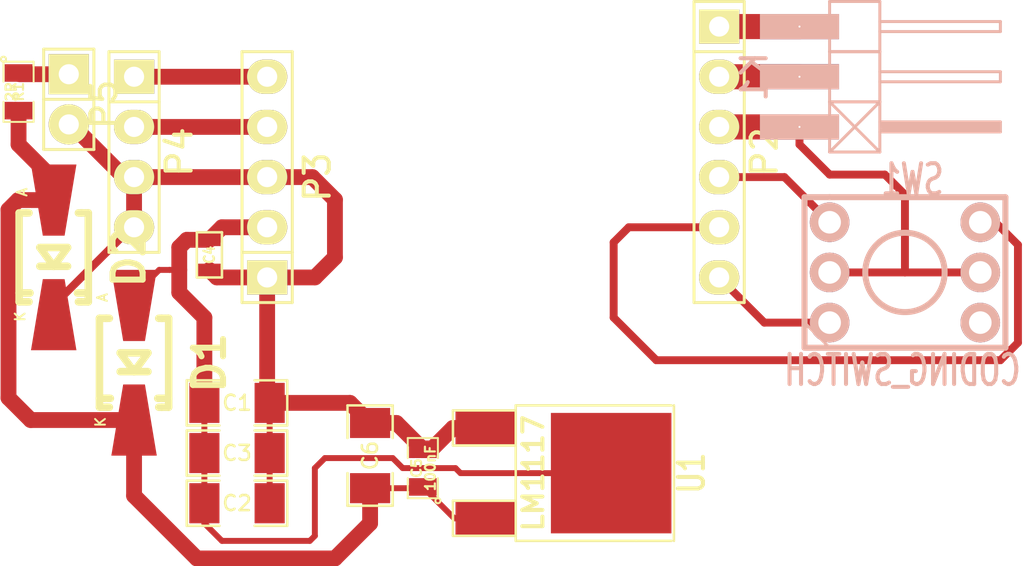
<source format=kicad_pcb>
(kicad_pcb (version 3) (host pcbnew "(2014-03-29 BZR 4777)-product")

  (general
    (links 34)
    (no_connects 0)
    (area 162.099171 93.650999 217.507458 122.574001)
    (thickness 1.6)
    (drawings 1)
    (tracks 105)
    (zones 0)
    (modules 16)
    (nets 14)
  )

  (page A4)
  (layers
    (15 F.Cu signal)
    (0 B.Cu signal)
    (16 B.Adhes user)
    (17 F.Adhes user)
    (18 B.Paste user)
    (19 F.Paste user)
    (20 B.SilkS user)
    (21 F.SilkS user)
    (22 B.Mask user)
    (23 F.Mask user)
    (24 Dwgs.User user)
    (25 Cmts.User user)
    (26 Eco1.User user)
    (27 Eco2.User user)
    (28 Edge.Cuts user)
  )

  (setup
    (last_trace_width 1.27)
    (user_trace_width 0.3)
    (user_trace_width 0.4)
    (user_trace_width 0.8)
    (user_trace_width 1.27)
    (trace_clearance 0.254)
    (zone_clearance 0.508)
    (zone_45_only no)
    (trace_min 0.254)
    (segment_width 0.2)
    (edge_width 0.15)
    (via_size 0.889)
    (via_drill 0.635)
    (via_min_size 0.889)
    (via_min_drill 0.508)
    (uvia_size 0.508)
    (uvia_drill 0.127)
    (uvias_allowed no)
    (uvia_min_size 0.508)
    (uvia_min_drill 0.127)
    (pcb_text_width 0.3)
    (pcb_text_size 1 1)
    (mod_edge_width 0.15)
    (mod_text_size 1 1)
    (mod_text_width 0.15)
    (pad_size 2 2)
    (pad_drill 1.143)
    (pad_to_mask_clearance 0)
    (aux_axis_origin 0 0)
    (visible_elements FFFFFF7F)
    (pcbplotparams
      (layerselection 32768)
      (usegerberextensions false)
      (excludeedgelayer true)
      (linewidth 0.100000)
      (plotframeref false)
      (viasonmask false)
      (mode 1)
      (useauxorigin false)
      (hpglpennumber 1)
      (hpglpenspeed 20)
      (hpglpendiameter 15)
      (hpglpenoverlay 2)
      (psnegative false)
      (psa4output true)
      (plotreference false)
      (plotvalue false)
      (plotothertext false)
      (plotinvisibletext false)
      (padsonsilk false)
      (subtractmaskfromsilk false)
      (outputformat 2)
      (mirror true)
      (drillshape 1)
      (scaleselection 1)
      (outputdirectory ""))
  )

  (net 0 "")
  (net 1 VCC)
  (net 2 GND)
  (net 3 "Net-(C5-Pad1)")
  (net 4 "Net-(P3-Pad4)")
  (net 5 "Net-(P3-Pad5)")
  (net 6 "Net-(P5-Pad1)")
  (net 7 "Net-(P2-Pad4)")
  (net 8 "Net-(P2-Pad5)")
  (net 9 "Net-(P2-Pad6)")
  (net 10 "Net-(SW1-Pad5)")
  (net 11 "Net-(K1-Pad1)")
  (net 12 "Net-(K1-Pad2)")
  (net 13 "Net-(K1-Pad3)")

  (net_class Default "Dies ist die voreingestellte Netzklasse."
    (clearance 0.254)
    (trace_width 0.254)
    (via_dia 0.889)
    (via_drill 0.635)
    (uvia_dia 0.508)
    (uvia_drill 0.127)
    (add_net GND)
    (add_net "Net-(C5-Pad1)")
    (add_net "Net-(K1-Pad1)")
    (add_net "Net-(K1-Pad2)")
    (add_net "Net-(K1-Pad3)")
    (add_net "Net-(P2-Pad4)")
    (add_net "Net-(P2-Pad5)")
    (add_net "Net-(P2-Pad6)")
    (add_net "Net-(P3-Pad4)")
    (add_net "Net-(P3-Pad5)")
    (add_net "Net-(P5-Pad1)")
    (add_net "Net-(SW1-Pad5)")
    (add_net VCC)
  )

  (module SMD_Packages:SMD-1206 (layer F.Cu) (tedit 542D7972) (tstamp 542D79D5)
    (at 177.546 114.3)
    (path /542D4EFB)
    (attr smd)
    (fp_text reference C1 (at 0 0) (layer F.SilkS)
      (effects (font (size 0.762 0.762) (thickness 0.127)))
    )
    (fp_text value 100uF (at 0 0) (layer F.SilkS) hide
      (effects (font (size 0.762 0.762) (thickness 0.127)))
    )
    (fp_line (start -2.54 -1.143) (end -2.54 1.143) (layer F.SilkS) (width 0.127))
    (fp_line (start -2.54 1.143) (end -0.889 1.143) (layer F.SilkS) (width 0.127))
    (fp_line (start 0.889 -1.143) (end 2.54 -1.143) (layer F.SilkS) (width 0.127))
    (fp_line (start 2.54 -1.143) (end 2.54 1.143) (layer F.SilkS) (width 0.127))
    (fp_line (start 2.54 1.143) (end 0.889 1.143) (layer F.SilkS) (width 0.127))
    (fp_line (start -0.889 -1.143) (end -2.54 -1.143) (layer F.SilkS) (width 0.127))
    (pad 1 smd rect (at -1.651 0) (size 1.524 2.032) (layers F.Cu F.Paste F.Mask)
      (net 1 VCC))
    (pad 2 smd rect (at 1.651 0) (size 1.524 2.032) (layers F.Cu F.Paste F.Mask)
      (net 2 GND))
    (model smd/chip_cms.wrl
      (at (xyz 0 0 0))
      (scale (xyz 0.17 0.16 0.16))
      (rotate (xyz 0 0 0))
    )
  )

  (module SMD_Packages:SMD-1206 (layer F.Cu) (tedit 542D7972) (tstamp 542D79E1)
    (at 177.546 119.38)
    (path /542D4EF0)
    (attr smd)
    (fp_text reference C2 (at 0 0) (layer F.SilkS)
      (effects (font (size 0.762 0.762) (thickness 0.127)))
    )
    (fp_text value 100uF (at 0 0) (layer F.SilkS) hide
      (effects (font (size 0.762 0.762) (thickness 0.127)))
    )
    (fp_line (start -2.54 -1.143) (end -2.54 1.143) (layer F.SilkS) (width 0.127))
    (fp_line (start -2.54 1.143) (end -0.889 1.143) (layer F.SilkS) (width 0.127))
    (fp_line (start 0.889 -1.143) (end 2.54 -1.143) (layer F.SilkS) (width 0.127))
    (fp_line (start 2.54 -1.143) (end 2.54 1.143) (layer F.SilkS) (width 0.127))
    (fp_line (start 2.54 1.143) (end 0.889 1.143) (layer F.SilkS) (width 0.127))
    (fp_line (start -0.889 -1.143) (end -2.54 -1.143) (layer F.SilkS) (width 0.127))
    (pad 1 smd rect (at -1.651 0) (size 1.524 2.032) (layers F.Cu F.Paste F.Mask)
      (net 1 VCC))
    (pad 2 smd rect (at 1.651 0) (size 1.524 2.032) (layers F.Cu F.Paste F.Mask)
      (net 2 GND))
    (model smd/chip_cms.wrl
      (at (xyz 0 0 0))
      (scale (xyz 0.17 0.16 0.16))
      (rotate (xyz 0 0 0))
    )
  )

  (module SMD_Packages:SMD-1206 (layer F.Cu) (tedit 542D7972) (tstamp 542D79ED)
    (at 177.546 116.84)
    (path /542D4AA2)
    (attr smd)
    (fp_text reference C3 (at 0 0) (layer F.SilkS)
      (effects (font (size 0.762 0.762) (thickness 0.127)))
    )
    (fp_text value 100uF (at 0 0) (layer F.SilkS) hide
      (effects (font (size 0.762 0.762) (thickness 0.127)))
    )
    (fp_line (start -2.54 -1.143) (end -2.54 1.143) (layer F.SilkS) (width 0.127))
    (fp_line (start -2.54 1.143) (end -0.889 1.143) (layer F.SilkS) (width 0.127))
    (fp_line (start 0.889 -1.143) (end 2.54 -1.143) (layer F.SilkS) (width 0.127))
    (fp_line (start 2.54 -1.143) (end 2.54 1.143) (layer F.SilkS) (width 0.127))
    (fp_line (start 2.54 1.143) (end 0.889 1.143) (layer F.SilkS) (width 0.127))
    (fp_line (start -0.889 -1.143) (end -2.54 -1.143) (layer F.SilkS) (width 0.127))
    (pad 1 smd rect (at -1.651 0) (size 1.524 2.032) (layers F.Cu F.Paste F.Mask)
      (net 1 VCC))
    (pad 2 smd rect (at 1.651 0) (size 1.524 2.032) (layers F.Cu F.Paste F.Mask)
      (net 2 GND))
    (model smd/chip_cms.wrl
      (at (xyz 0 0 0))
      (scale (xyz 0.17 0.16 0.16))
      (rotate (xyz 0 0 0))
    )
  )

  (module SMD_Packages:SMD-0603 (layer F.Cu) (tedit 542D8E88) (tstamp 542D79F7)
    (at 176.149 106.807 270)
    (path /542D4A90)
    (attr smd)
    (fp_text reference C4 (at 0 0 270) (layer F.SilkS)
      (effects (font (size 0.508 0.4572) (thickness 0.1143)))
    )
    (fp_text value 1uF (at 0 0 270) (layer F.SilkS) hide
      (effects (font (size 0.508 0.4572) (thickness 0.1143)))
    )
    (fp_line (start -1.143 -0.635) (end 1.143 -0.635) (layer F.SilkS) (width 0.127))
    (fp_line (start 1.143 -0.635) (end 1.143 0.635) (layer F.SilkS) (width 0.127))
    (fp_line (start 1.143 0.635) (end -1.143 0.635) (layer F.SilkS) (width 0.127))
    (fp_line (start -1.143 0.635) (end -1.143 -0.635) (layer F.SilkS) (width 0.127))
    (pad 1 smd rect (at -0.762 0 270) (size 0.635 1.143) (layers F.Cu F.Paste F.Mask)
      (net 1 VCC))
    (pad 2 smd rect (at 0.762 0 270) (size 0.635 1.143) (layers F.Cu F.Paste F.Mask)
      (net 2 GND))
    (model smd\resistors\R0603.wrl
      (at (xyz 0 0 0.001))
      (scale (xyz 0.5 0.5 0.5))
      (rotate (xyz 0 0 0))
    )
  )

  (module Diodes_SMD:Diode-Universal-SMA-SMB_Handsoldering (layer F.Cu) (tedit 5403E51A) (tstamp 542D7A27)
    (at 172.339 112.268 270)
    (descr "Diode, Universal, SMA, SMB, Handsoldering,")
    (tags "Diode, Universal, SMA, SMB, Handsoldering,")
    (path /542D4B46)
    (attr smd)
    (fp_text reference D1 (at 0 -3.81 270) (layer F.SilkS)
      (effects (font (thickness 0.3048)))
    )
    (fp_text value DIODE (at 0 3.81 270) (layer F.SilkS) hide
      (effects (font (thickness 0.3048)))
    )
    (fp_line (start 0.44958 0) (end -0.50038 -0.70104) (layer F.SilkS) (width 0.381))
    (fp_line (start -0.50038 -0.70104) (end -0.50038 0.70104) (layer F.SilkS) (width 0.381))
    (fp_line (start -0.50038 0.70104) (end 0.44958 0) (layer F.SilkS) (width 0.381))
    (fp_line (start 0.44958 -0.70104) (end 0.44958 0.70104) (layer F.SilkS) (width 0.381))
    (fp_line (start -2.25044 1.39954) (end -2.25044 1.24968) (layer F.SilkS) (width 0.381))
    (fp_line (start -2.25044 -1.39954) (end -2.25044 -1.24968) (layer F.SilkS) (width 0.381))
    (fp_line (start 1.80086 1.39954) (end 1.80086 1.19888) (layer F.SilkS) (width 0.381))
    (fp_line (start 2.25044 1.34874) (end 2.25044 1.24968) (layer F.SilkS) (width 0.381))
    (fp_line (start 1.80086 -1.34874) (end 1.80086 -1.19888) (layer F.SilkS) (width 0.381))
    (fp_line (start 2.25044 -1.39954) (end 2.25044 -1.24968) (layer F.SilkS) (width 0.381))
    (fp_text user A (at -3.29946 1.6002 270) (layer F.SilkS)
      (effects (font (size 0.50038 0.50038) (thickness 0.09906)))
    )
    (fp_text user K (at 2.99974 1.69926 270) (layer F.SilkS)
      (effects (font (size 0.50038 0.50038) (thickness 0.09906)))
    )
    (fp_line (start 1.80086 1.75006) (end 1.80086 1.39954) (layer F.SilkS) (width 0.381))
    (fp_line (start 1.80086 -1.75006) (end 1.80086 -1.39954) (layer F.SilkS) (width 0.381))
    (fp_line (start 2.25044 1.75006) (end 2.25044 1.39954) (layer F.SilkS) (width 0.381))
    (fp_line (start -2.25044 1.75006) (end -2.25044 1.39954) (layer F.SilkS) (width 0.381))
    (fp_line (start -2.25044 -1.75006) (end -2.25044 -1.39954) (layer F.SilkS) (width 0.381))
    (fp_line (start 2.25044 -1.75006) (end 2.25044 -1.39954) (layer F.SilkS) (width 0.381))
    (fp_line (start -2.25044 1.75006) (end 2.25044 1.75006) (layer F.SilkS) (width 0.381))
    (fp_line (start -2.25044 -1.75006) (end 2.25044 -1.75006) (layer F.SilkS) (width 0.381))
    (pad 1 smd trapezoid (at -2.90068 0 270) (size 3.60172 1.69926) (rect_delta 0.59944 0 ) (layers F.Cu F.Paste F.Mask)
      (net 1 VCC))
    (pad 2 smd trapezoid (at 2.90068 0 90) (size 3.60172 1.69926) (rect_delta 0.59944 0 ) (layers F.Cu F.Paste F.Mask)
      (net 3 "Net-(C5-Pad1)"))
    (model smd/do214.wrl
      (at (xyz 0 0 0))
      (scale (xyz 1 1 1))
      (rotate (xyz 0 0 0))
    )
  )

  (module Diodes_SMD:Diode-Universal-SMA-SMB_Handsoldering (layer F.Cu) (tedit 5403E51A) (tstamp 542D7A41)
    (at 168.275 106.934 270)
    (descr "Diode, Universal, SMA, SMB, Handsoldering,")
    (tags "Diode, Universal, SMA, SMB, Handsoldering,")
    (path /542D4FA4)
    (attr smd)
    (fp_text reference D2 (at 0 -3.81 270) (layer F.SilkS)
      (effects (font (thickness 0.3048)))
    )
    (fp_text value TVS (at 0 3.81 270) (layer F.SilkS) hide
      (effects (font (thickness 0.3048)))
    )
    (fp_line (start 0.44958 0) (end -0.50038 -0.70104) (layer F.SilkS) (width 0.381))
    (fp_line (start -0.50038 -0.70104) (end -0.50038 0.70104) (layer F.SilkS) (width 0.381))
    (fp_line (start -0.50038 0.70104) (end 0.44958 0) (layer F.SilkS) (width 0.381))
    (fp_line (start 0.44958 -0.70104) (end 0.44958 0.70104) (layer F.SilkS) (width 0.381))
    (fp_line (start -2.25044 1.39954) (end -2.25044 1.24968) (layer F.SilkS) (width 0.381))
    (fp_line (start -2.25044 -1.39954) (end -2.25044 -1.24968) (layer F.SilkS) (width 0.381))
    (fp_line (start 1.80086 1.39954) (end 1.80086 1.19888) (layer F.SilkS) (width 0.381))
    (fp_line (start 2.25044 1.34874) (end 2.25044 1.24968) (layer F.SilkS) (width 0.381))
    (fp_line (start 1.80086 -1.34874) (end 1.80086 -1.19888) (layer F.SilkS) (width 0.381))
    (fp_line (start 2.25044 -1.39954) (end 2.25044 -1.24968) (layer F.SilkS) (width 0.381))
    (fp_text user A (at -3.29946 1.6002 270) (layer F.SilkS)
      (effects (font (size 0.50038 0.50038) (thickness 0.09906)))
    )
    (fp_text user K (at 2.99974 1.69926 270) (layer F.SilkS)
      (effects (font (size 0.50038 0.50038) (thickness 0.09906)))
    )
    (fp_line (start 1.80086 1.75006) (end 1.80086 1.39954) (layer F.SilkS) (width 0.381))
    (fp_line (start 1.80086 -1.75006) (end 1.80086 -1.39954) (layer F.SilkS) (width 0.381))
    (fp_line (start 2.25044 1.75006) (end 2.25044 1.39954) (layer F.SilkS) (width 0.381))
    (fp_line (start -2.25044 1.75006) (end -2.25044 1.39954) (layer F.SilkS) (width 0.381))
    (fp_line (start -2.25044 -1.75006) (end -2.25044 -1.39954) (layer F.SilkS) (width 0.381))
    (fp_line (start 2.25044 -1.75006) (end 2.25044 -1.39954) (layer F.SilkS) (width 0.381))
    (fp_line (start -2.25044 1.75006) (end 2.25044 1.75006) (layer F.SilkS) (width 0.381))
    (fp_line (start -2.25044 -1.75006) (end 2.25044 -1.75006) (layer F.SilkS) (width 0.381))
    (pad 1 smd trapezoid (at -2.90068 0 270) (size 3.60172 1.69926) (rect_delta 0.59944 0 ) (layers F.Cu F.Paste F.Mask)
      (net 3 "Net-(C5-Pad1)"))
    (pad 2 smd trapezoid (at 2.90068 0 90) (size 3.60172 1.69926) (rect_delta 0.59944 0 ) (layers F.Cu F.Paste F.Mask)
      (net 2 GND))
    (model smd/do214.wrl
      (at (xyz 0 0 0))
      (scale (xyz 1 1 1))
      (rotate (xyz 0 0 0))
    )
  )

  (module Pin_Headers:Pin_Header_Straight_1x06 (layer F.Cu) (tedit 542D7973) (tstamp 542D7AB4)
    (at 201.93 101.6 270)
    (descr "Through hole pin header")
    (tags "pin header")
    (path /542BC95B)
    (fp_text reference P2 (at 0 -2.286 270) (layer F.SilkS)
      (effects (font (size 1.27 1.27) (thickness 0.2032)))
    )
    (fp_text value CONN_6 (at 0 0 270) (layer F.SilkS) hide
      (effects (font (size 1.27 1.27) (thickness 0.2032)))
    )
    (fp_line (start -5.08 -1.27) (end 7.62 -1.27) (layer F.SilkS) (width 0.15))
    (fp_line (start 7.62 -1.27) (end 7.62 1.27) (layer F.SilkS) (width 0.15))
    (fp_line (start 7.62 1.27) (end -5.08 1.27) (layer F.SilkS) (width 0.15))
    (fp_line (start -7.62 -1.27) (end -5.08 -1.27) (layer F.SilkS) (width 0.15))
    (fp_line (start -5.08 -1.27) (end -5.08 1.27) (layer F.SilkS) (width 0.15))
    (fp_line (start -7.62 -1.27) (end -7.62 1.27) (layer F.SilkS) (width 0.15))
    (fp_line (start -7.62 1.27) (end -5.08 1.27) (layer F.SilkS) (width 0.15))
    (pad 1 thru_hole rect (at -6.35 0 270) (size 1.7272 2.032) (drill 1.016) (layers *.Cu *.Mask F.SilkS)
      (net 13 "Net-(K1-Pad3)"))
    (pad 2 thru_hole oval (at -3.81 0 270) (size 1.7272 2.032) (drill 1.016) (layers *.Cu *.Mask F.SilkS)
      (net 12 "Net-(K1-Pad2)"))
    (pad 3 thru_hole oval (at -1.27 0 270) (size 1.7272 2.032) (drill 1.016) (layers *.Cu *.Mask F.SilkS)
      (net 11 "Net-(K1-Pad1)"))
    (pad 4 thru_hole oval (at 1.27 0 270) (size 1.7272 2.032) (drill 1.016) (layers *.Cu *.Mask F.SilkS)
      (net 7 "Net-(P2-Pad4)"))
    (pad 5 thru_hole oval (at 3.81 0 270) (size 1.7272 2.032) (drill 1.016) (layers *.Cu *.Mask F.SilkS)
      (net 8 "Net-(P2-Pad5)"))
    (pad 6 thru_hole oval (at 6.35 0 270) (size 1.7272 2.032) (drill 1.016) (layers *.Cu *.Mask F.SilkS)
      (net 9 "Net-(P2-Pad6)"))
    (model Pin_Headers/Pin_Header_Straight_1x06.wrl
      (at (xyz 0 0 0))
      (scale (xyz 1 1 1))
      (rotate (xyz 0 0 0))
    )
  )

  (module Pin_Headers:Pin_Header_Straight_1x05 (layer F.Cu) (tedit 542D79E9) (tstamp 542D7AC4)
    (at 179.07 102.87 90)
    (descr "Through hole pin header")
    (tags "pin header")
    (path /542BC72E)
    (fp_text reference P3 (at 0 2.54 90) (layer F.SilkS)
      (effects (font (size 1.27 1.27) (thickness 0.2032)))
    )
    (fp_text value CONN_5 (at 0 0 90) (layer F.SilkS) hide
      (effects (font (size 1.27 1.27) (thickness 0.2032)))
    )
    (fp_line (start -3.81 -1.27) (end 6.35 -1.27) (layer F.SilkS) (width 0.15))
    (fp_line (start 6.35 -1.27) (end 6.35 1.27) (layer F.SilkS) (width 0.15))
    (fp_line (start 6.35 1.27) (end -3.81 1.27) (layer F.SilkS) (width 0.15))
    (fp_line (start -6.35 -1.27) (end -3.81 -1.27) (layer F.SilkS) (width 0.15))
    (fp_line (start -3.81 -1.27) (end -3.81 1.27) (layer F.SilkS) (width 0.15))
    (fp_line (start -6.35 -1.27) (end -6.35 1.27) (layer F.SilkS) (width 0.15))
    (fp_line (start -6.35 1.27) (end -3.81 1.27) (layer F.SilkS) (width 0.15))
    (pad 1 thru_hole rect (at -5.08 0 90) (size 1.7272 2.032) (drill 1.016) (layers *.Cu *.Mask F.SilkS)
      (net 2 GND))
    (pad 2 thru_hole oval (at -2.54 0 90) (size 1.7272 2.032) (drill 1.016) (layers *.Cu *.Mask F.SilkS)
      (net 1 VCC))
    (pad 3 thru_hole oval (at 0 0 90) (size 1.7272 2.032) (drill 1.016) (layers *.Cu *.Mask F.SilkS)
      (net 2 GND))
    (pad 4 thru_hole oval (at 2.54 0 90) (size 1.7272 2.032) (drill 1.016) (layers *.Cu *.Mask F.SilkS)
      (net 4 "Net-(P3-Pad4)"))
    (pad 5 thru_hole oval (at 5.08 0 90) (size 1.7272 2.032) (drill 1.016) (layers *.Cu *.Mask F.SilkS)
      (net 5 "Net-(P3-Pad5)"))
    (model Pin_Headers/Pin_Header_Straight_1x05.wrl
      (at (xyz 0 0 0))
      (scale (xyz 1 1 1))
      (rotate (xyz 0 0 0))
    )
  )

  (module Pin_Headers:Pin_Header_Straight_1x04 (layer F.Cu) (tedit 542D7973) (tstamp 542D7AD3)
    (at 172.339 101.6 270)
    (descr "Through hole pin header")
    (tags "pin header")
    (path /542C3D86)
    (fp_text reference P4 (at 0 -2.286 270) (layer F.SilkS)
      (effects (font (size 1.27 1.27) (thickness 0.2032)))
    )
    (fp_text value CONN_4 (at 0 0 270) (layer F.SilkS) hide
      (effects (font (size 1.27 1.27) (thickness 0.2032)))
    )
    (fp_line (start -2.54 1.27) (end 5.08 1.27) (layer F.SilkS) (width 0.15))
    (fp_line (start -2.54 -1.27) (end 5.08 -1.27) (layer F.SilkS) (width 0.15))
    (fp_line (start -5.08 -1.27) (end -2.54 -1.27) (layer F.SilkS) (width 0.15))
    (fp_line (start 5.08 1.27) (end 5.08 -1.27) (layer F.SilkS) (width 0.15))
    (fp_line (start -2.54 -1.27) (end -2.54 1.27) (layer F.SilkS) (width 0.15))
    (fp_line (start -5.08 -1.27) (end -5.08 1.27) (layer F.SilkS) (width 0.15))
    (fp_line (start -5.08 1.27) (end -2.54 1.27) (layer F.SilkS) (width 0.15))
    (pad 1 thru_hole rect (at -3.81 0 270) (size 1.7272 2.032) (drill 1.016) (layers *.Cu *.Mask F.SilkS)
      (net 5 "Net-(P3-Pad5)"))
    (pad 2 thru_hole oval (at -1.27 0 270) (size 1.7272 2.032) (drill 1.016) (layers *.Cu *.Mask F.SilkS)
      (net 4 "Net-(P3-Pad4)"))
    (pad 3 thru_hole oval (at 1.27 0 270) (size 1.7272 2.032) (drill 1.016) (layers *.Cu *.Mask F.SilkS)
      (net 2 GND))
    (pad 4 thru_hole oval (at 3.81 0 270) (size 1.7272 2.032) (drill 1.016) (layers *.Cu *.Mask F.SilkS)
      (net 2 GND))
    (model Pin_Headers/Pin_Header_Straight_1x04.wrl
      (at (xyz 0 0 0))
      (scale (xyz 1 1 1))
      (rotate (xyz 0 0 0))
    )
  )

  (module Pin_Headers:Pin_Header_Straight_1x02 (layer F.Cu) (tedit 542D991E) (tstamp 542D7ADF)
    (at 169.037 98.933 270)
    (descr "Through hole pin header")
    (tags "pin header")
    (path /542D59CE)
    (fp_text reference P5 (at 0.254 -1.778 270) (layer F.SilkS)
      (effects (font (size 1.27 1.27) (thickness 0.2032)))
    )
    (fp_text value CONN_2 (at 0 0 270) (layer F.SilkS) hide
      (effects (font (size 1.27 1.27) (thickness 0.2032)))
    )
    (fp_line (start 0 -1.27) (end 0 1.27) (layer F.SilkS) (width 0.15))
    (fp_line (start -2.54 -1.27) (end -2.54 1.27) (layer F.SilkS) (width 0.15))
    (fp_line (start -2.54 1.27) (end 0 1.27) (layer F.SilkS) (width 0.15))
    (fp_line (start 0 1.27) (end 2.54 1.27) (layer F.SilkS) (width 0.15))
    (fp_line (start 2.54 1.27) (end 2.54 -1.27) (layer F.SilkS) (width 0.15))
    (fp_line (start 2.54 -1.27) (end -2.54 -1.27) (layer F.SilkS) (width 0.15))
    (pad 1 thru_hole rect (at -1.27 0 270) (size 2.032 2.032) (drill 1.016) (layers *.Cu *.Mask F.SilkS)
      (net 6 "Net-(P5-Pad1)"))
    (pad 2 thru_hole oval (at 1.27 0 270) (size 2.032 2.032) (drill 1.016) (layers *.Cu *.Mask F.SilkS)
      (net 2 GND))
    (model Pin_Headers/Pin_Header_Straight_1x02.wrl
      (at (xyz 0 0 0))
      (scale (xyz 1 1 1))
      (rotate (xyz 0 0 0))
    )
  )

  (module SMD_Packages:SMD-0805 (layer F.Cu) (tedit 542D8EAA) (tstamp 542D7AEC)
    (at 166.497 98.552 270)
    (path /542D4E33)
    (attr smd)
    (fp_text reference R1 (at 0 0 270) (layer F.SilkS)
      (effects (font (size 0.50038 0.50038) (thickness 0.10922)))
    )
    (fp_text value 2R (at 0 0.381 270) (layer F.SilkS)
      (effects (font (size 0.50038 0.50038) (thickness 0.10922)))
    )
    (fp_circle (center -1.651 0.762) (end -1.651 0.635) (layer F.SilkS) (width 0.09906))
    (fp_line (start -0.508 0.762) (end -1.524 0.762) (layer F.SilkS) (width 0.09906))
    (fp_line (start -1.524 0.762) (end -1.524 -0.762) (layer F.SilkS) (width 0.09906))
    (fp_line (start -1.524 -0.762) (end -0.508 -0.762) (layer F.SilkS) (width 0.09906))
    (fp_line (start 0.508 -0.762) (end 1.524 -0.762) (layer F.SilkS) (width 0.09906))
    (fp_line (start 1.524 -0.762) (end 1.524 0.762) (layer F.SilkS) (width 0.09906))
    (fp_line (start 1.524 0.762) (end 0.508 0.762) (layer F.SilkS) (width 0.09906))
    (pad 1 smd rect (at -0.9525 0 270) (size 0.889 1.397) (layers F.Cu F.Paste F.Mask)
      (net 6 "Net-(P5-Pad1)"))
    (pad 2 smd rect (at 0.9525 0 270) (size 0.889 1.397) (layers F.Cu F.Paste F.Mask)
      (net 3 "Net-(C5-Pad1)"))
    (model smd/chip_cms.wrl
      (at (xyz 0 0 0))
      (scale (xyz 0.1 0.1 0.1))
      (rotate (xyz 0 0 0))
    )
  )

  (module Toni:KDR_10 (layer B.Cu) (tedit 542D8DBA) (tstamp 542D8ED9)
    (at 211.328 107.696)
    (descr "Bouton poussoir KSA")
    (tags "SWITCH DEV")
    (path /542D84D2)
    (fp_text reference SW1 (at 0.381 -4.699) (layer B.SilkS)
      (effects (font (size 1.524 1.016) (thickness 0.2032)) (justify mirror))
    )
    (fp_text value CODING_SWITCH (at -0.127 4.953) (layer B.SilkS)
      (effects (font (size 1.524 1.016) (thickness 0.2032)) (justify mirror))
    )
    (fp_line (start -5.08 2.54) (end -3.81 3.81) (layer B.SilkS) (width 0.15))
    (fp_line (start -3.81 -3.81) (end 5.08 -3.81) (layer B.SilkS) (width 0.3048))
    (fp_line (start 5.08 -3.81) (end 5.08 3.81) (layer B.SilkS) (width 0.3048))
    (fp_line (start 5.08 3.81) (end -5.08 3.81) (layer B.SilkS) (width 0.3048))
    (fp_line (start -5.08 3.81) (end -5.08 -3.81) (layer B.SilkS) (width 0.3048))
    (fp_line (start -5.08 -3.81) (end -3.81 -3.81) (layer B.SilkS) (width 0.3048))
    (fp_circle (center 0 0) (end 1.905 -0.635) (layer B.SilkS) (width 0.3048))
    (pad 5 thru_hole circle (at 3.81 2.54) (size 2 2) (drill 1.143) (layers *.Cu *.Mask B.SilkS)
      (net 10 "Net-(SW1-Pad5)"))
    (pad 3 thru_hole circle (at 3.81 -2.54) (size 2 2) (drill 1.143) (layers *.Cu *.Mask B.SilkS)
      (net 8 "Net-(P2-Pad5)"))
    (pad 4 thru_hole circle (at -3.81 -2.54) (size 2 2) (drill 1.143) (layers *.Cu *.Mask B.SilkS)
      (net 7 "Net-(P2-Pad4)"))
    (pad 1 thru_hole circle (at -3.81 0) (size 2 2) (drill 1.143) (layers *.Cu *.Mask B.SilkS)
      (net 11 "Net-(K1-Pad1)"))
    (pad 2 thru_hole circle (at -3.81 2.54) (size 2 2) (drill 1.143) (layers *.Cu *.Mask B.SilkS)
      (net 9 "Net-(P2-Pad6)"))
    (pad 1 thru_hole circle (at 3.81 0) (size 2 2) (drill 1.143) (layers *.Cu *.Mask B.SilkS)
      (net 11 "Net-(K1-Pad1)"))
  )

  (module Pin_Headers:Pin_Header_Angled_1x03 (layer B.Cu) (tedit 542D9316) (tstamp 542D9282)
    (at 205.994 97.79 90)
    (descr "Through hole pin header")
    (tags "pin header")
    (path /542D91AC)
    (fp_text reference K1 (at 0 -2.286 90) (layer B.SilkS)
      (effects (font (size 1.27 1.27) (thickness 0.2032)) (justify mirror))
    )
    (fp_text value CONN_3 (at 0 0 90) (layer B.SilkS) hide
      (effects (font (size 1.27 1.27) (thickness 0.2032)) (justify mirror))
    )
    (fp_line (start -1.27 4.064) (end -3.81 1.524) (layer B.SilkS) (width 0.15))
    (fp_line (start -3.81 4.064) (end -1.27 1.524) (layer B.SilkS) (width 0.15))
    (fp_line (start -2.667 4.191) (end -2.667 10.033) (layer B.SilkS) (width 0.15))
    (fp_line (start -2.667 10.033) (end -2.413 10.033) (layer B.SilkS) (width 0.15))
    (fp_line (start -2.413 10.033) (end -2.413 4.191) (layer B.SilkS) (width 0.15))
    (fp_line (start -2.413 4.191) (end -2.54 4.191) (layer B.SilkS) (width 0.15))
    (fp_line (start -2.54 4.191) (end -2.54 10.033) (layer B.SilkS) (width 0.15))
    (fp_line (start -2.794 1.524) (end -2.794 1.143) (layer B.SilkS) (width 0.15))
    (fp_line (start -2.286 1.524) (end -2.286 1.143) (layer B.SilkS) (width 0.15))
    (fp_line (start -0.254 1.524) (end -0.254 1.143) (layer B.SilkS) (width 0.15))
    (fp_line (start 0.254 1.524) (end 0.254 1.143) (layer B.SilkS) (width 0.15))
    (fp_line (start 2.286 1.524) (end 2.286 1.143) (layer B.SilkS) (width 0.15))
    (fp_line (start 2.794 1.524) (end 2.794 1.143) (layer B.SilkS) (width 0.15))
    (fp_line (start -1.27 4.064) (end -3.81 4.064) (layer B.SilkS) (width 0.15))
    (fp_line (start -2.286 10.16) (end -2.286 4.064) (layer B.SilkS) (width 0.15))
    (fp_line (start -2.794 10.16) (end -2.286 10.16) (layer B.SilkS) (width 0.15))
    (fp_line (start -2.794 4.064) (end -2.794 10.16) (layer B.SilkS) (width 0.15))
    (fp_line (start -1.27 1.524) (end -1.27 4.064) (layer B.SilkS) (width 0.15))
    (fp_line (start -3.81 1.524) (end -1.27 1.524) (layer B.SilkS) (width 0.15))
    (fp_line (start -3.81 1.524) (end -3.81 4.064) (layer B.SilkS) (width 0.15))
    (fp_line (start 1.27 1.524) (end 1.27 4.064) (layer B.SilkS) (width 0.15))
    (fp_line (start 1.27 1.524) (end 3.81 1.524) (layer B.SilkS) (width 0.15))
    (fp_line (start 2.286 4.064) (end 2.286 10.16) (layer B.SilkS) (width 0.15))
    (fp_line (start 2.286 10.16) (end 2.794 10.16) (layer B.SilkS) (width 0.15))
    (fp_line (start 2.794 10.16) (end 2.794 4.064) (layer B.SilkS) (width 0.15))
    (fp_line (start 3.81 4.064) (end 1.27 4.064) (layer B.SilkS) (width 0.15))
    (fp_line (start 1.27 4.064) (end -1.27 4.064) (layer B.SilkS) (width 0.15))
    (fp_line (start 0.254 10.16) (end 0.254 4.064) (layer B.SilkS) (width 0.15))
    (fp_line (start -0.254 10.16) (end 0.254 10.16) (layer B.SilkS) (width 0.15))
    (fp_line (start -0.254 4.064) (end -0.254 10.16) (layer B.SilkS) (width 0.15))
    (fp_line (start 1.27 1.524) (end 1.27 4.064) (layer B.SilkS) (width 0.15))
    (fp_line (start -1.27 1.524) (end 1.27 1.524) (layer B.SilkS) (width 0.15))
    (fp_line (start -1.27 1.524) (end -1.27 4.064) (layer B.SilkS) (width 0.15))
    (fp_line (start 3.81 1.524) (end 3.81 4.064) (layer B.SilkS) (width 0.15))
    (pad 1 thru_hole rect (at -2.54 0 90) (size 1.27 4) (drill 0.1) (layers *.Cu *.Mask B.SilkS)
      (net 11 "Net-(K1-Pad1)"))
    (pad 2 thru_hole rect (at 0 0 90) (size 1.27 4) (drill 0.1) (layers *.Cu *.Mask B.SilkS)
      (net 12 "Net-(K1-Pad2)"))
    (pad 3 thru_hole rect (at 2.54 0 90) (size 1.27 4) (drill 0.1) (layers *.Cu *.Mask B.SilkS)
      (net 13 "Net-(K1-Pad3)"))
    (model Pin_Headers/Pin_Header_Angled_1x03.wrl
      (at (xyz 0 0 0))
      (scale (xyz 1 1 1))
      (rotate (xyz 0 0 0))
    )
  )

  (module SMD_Packages:DPAK-2 (layer F.Cu) (tedit 542D9E4B) (tstamp 542D9ED3)
    (at 190.119 117.856 270)
    (descr "MOS boitier DPACK G-D-S")
    (tags "CMD DPACK")
    (path /542D4A05)
    (attr smd)
    (fp_text reference U1 (at 0 -10.414 270) (layer F.SilkS)
      (effects (font (size 1.27 1.016) (thickness 0.2032)))
    )
    (fp_text value LM1117 (at 0 -2.413 270) (layer F.SilkS)
      (effects (font (size 1.016 1.016) (thickness 0.2032)))
    )
    (fp_line (start 1.397 -1.524) (end 1.397 1.651) (layer F.SilkS) (width 0.127))
    (fp_line (start 1.397 1.651) (end 3.175 1.651) (layer F.SilkS) (width 0.127))
    (fp_line (start 3.175 1.651) (end 3.175 -1.524) (layer F.SilkS) (width 0.127))
    (fp_line (start -3.175 -1.524) (end -3.175 1.651) (layer F.SilkS) (width 0.127))
    (fp_line (start -3.175 1.651) (end -1.397 1.651) (layer F.SilkS) (width 0.127))
    (fp_line (start -1.397 1.651) (end -1.397 -1.524) (layer F.SilkS) (width 0.127))
    (fp_line (start 3.429 -7.62) (end 3.429 -1.524) (layer F.SilkS) (width 0.127))
    (fp_line (start 3.429 -1.524) (end -3.429 -1.524) (layer F.SilkS) (width 0.127))
    (fp_line (start -3.429 -1.524) (end -3.429 -9.398) (layer F.SilkS) (width 0.127))
    (fp_line (start -3.429 -9.525) (end 3.429 -9.525) (layer F.SilkS) (width 0.127))
    (fp_line (start 3.429 -9.398) (end 3.429 -7.62) (layer F.SilkS) (width 0.127))
    (pad 1 smd rect (at -2.286 0 270) (size 1.651 3.048) (layers F.Cu F.Paste F.Mask)
      (net 2 GND))
    (pad 2 smd rect (at 0 -6.35 270) (size 6.096 6.096) (layers F.Cu F.Paste F.Mask)
      (net 1 VCC))
    (pad 3 smd rect (at 2.286 0 270) (size 1.651 3.048) (layers F.Cu F.Paste F.Mask)
      (net 3 "Net-(C5-Pad1)"))
    (model smd/dpack_2.wrl
      (at (xyz 0 0 0))
      (scale (xyz 1 1 1))
      (rotate (xyz 0 0 0))
    )
  )

  (module SMD_Packages:SMD-0805 (layer F.Cu) (tedit 542D9F06) (tstamp 542D9FE9)
    (at 186.944 117.602 90)
    (path /542D4B8D)
    (attr smd)
    (fp_text reference C5 (at 0 -0.3175 90) (layer F.SilkS)
      (effects (font (size 0.50038 0.50038) (thickness 0.10922)))
    )
    (fp_text value 100nF (at 0 0.381 90) (layer F.SilkS)
      (effects (font (size 0.50038 0.50038) (thickness 0.10922)))
    )
    (fp_circle (center -1.651 0.762) (end -1.651 0.635) (layer F.SilkS) (width 0.09906))
    (fp_line (start -0.508 0.762) (end -1.524 0.762) (layer F.SilkS) (width 0.09906))
    (fp_line (start -1.524 0.762) (end -1.524 -0.762) (layer F.SilkS) (width 0.09906))
    (fp_line (start -1.524 -0.762) (end -0.508 -0.762) (layer F.SilkS) (width 0.09906))
    (fp_line (start 0.508 -0.762) (end 1.524 -0.762) (layer F.SilkS) (width 0.09906))
    (fp_line (start 1.524 -0.762) (end 1.524 0.762) (layer F.SilkS) (width 0.09906))
    (fp_line (start 1.524 0.762) (end 0.508 0.762) (layer F.SilkS) (width 0.09906))
    (pad 1 smd rect (at -0.9525 0 90) (size 0.889 1.397) (layers F.Cu F.Paste F.Mask)
      (net 3 "Net-(C5-Pad1)"))
    (pad 2 smd rect (at 0.9525 0 90) (size 0.889 1.397) (layers F.Cu F.Paste F.Mask)
      (net 2 GND))
    (model smd/chip_cms.wrl
      (at (xyz 0 0 0))
      (scale (xyz 0.1 0.1 0.1))
      (rotate (xyz 0 0 0))
    )
  )

  (module SMD_Packages:SMD-1206 (layer F.Cu) (tedit 542D9F06) (tstamp 542D9FF5)
    (at 184.277 116.967 90)
    (path /542D4E3E)
    (attr smd)
    (fp_text reference C6 (at 0 0 90) (layer F.SilkS)
      (effects (font (size 0.762 0.762) (thickness 0.127)))
    )
    (fp_text value 1uF (at 0 0 90) (layer F.SilkS) hide
      (effects (font (size 0.762 0.762) (thickness 0.127)))
    )
    (fp_line (start -2.54 -1.143) (end -2.54 1.143) (layer F.SilkS) (width 0.127))
    (fp_line (start -2.54 1.143) (end -0.889 1.143) (layer F.SilkS) (width 0.127))
    (fp_line (start 0.889 -1.143) (end 2.54 -1.143) (layer F.SilkS) (width 0.127))
    (fp_line (start 2.54 -1.143) (end 2.54 1.143) (layer F.SilkS) (width 0.127))
    (fp_line (start 2.54 1.143) (end 0.889 1.143) (layer F.SilkS) (width 0.127))
    (fp_line (start -0.889 -1.143) (end -2.54 -1.143) (layer F.SilkS) (width 0.127))
    (pad 1 smd rect (at -1.651 0 90) (size 1.524 2.032) (layers F.Cu F.Paste F.Mask)
      (net 3 "Net-(C5-Pad1)"))
    (pad 2 smd rect (at 1.651 0 90) (size 1.524 2.032) (layers F.Cu F.Paste F.Mask)
      (net 2 GND))
    (model smd/chip_cms.wrl
      (at (xyz 0 0 0))
      (scale (xyz 0.17 0.16 0.16))
      (rotate (xyz 0 0 0))
    )
  )

  (dimension 5.08 (width 0.25) (layer F.Adhes)
    (gr_text "5,080 mm" (at 185.785 110.49 270) (layer F.Adhes)
      (effects (font (size 1 1) (thickness 0.25)))
    )
    (feature1 (pts (xy 179.197 113.03) (xy 186.785 113.03)))
    (feature2 (pts (xy 179.197 107.95) (xy 186.785 107.95)))
    (crossbar (pts (xy 184.785 107.95) (xy 184.785 113.03)))
    (arrow1a (pts (xy 184.785 113.03) (xy 184.198579 111.903496)))
    (arrow1b (pts (xy 184.785 113.03) (xy 185.371421 111.903496)))
    (arrow2a (pts (xy 184.785 107.95) (xy 184.198579 109.076504)))
    (arrow2b (pts (xy 184.785 107.95) (xy 185.371421 109.076504)))
  )

  (segment (start 174.625 107.569) (end 174.13732 107.569) (width 0.3) (layer F.Cu) (net 1))
  (segment (start 173.609 107.569) (end 172.339 108.839) (width 0.3) (layer F.Cu) (net 1) (tstamp 542DA421) (status 800000))
  (segment (start 174.13732 107.569) (end 173.609 107.569) (width 0.3) (layer F.Cu) (net 1) (tstamp 542DA420))
  (segment (start 172.339 108.839) (end 172.339 109.36732) (width 0.3) (layer F.Cu) (net 1) (tstamp 542DA423) (status C00000))
  (segment (start 176.149 106.045) (end 175.006 106.045) (width 0.8) (layer F.Cu) (net 1) (status 400000))
  (segment (start 175.895 109.982) (end 175.895 114.3) (width 0.8) (layer F.Cu) (net 1) (tstamp 542DA41A) (status 800000))
  (segment (start 174.625 108.712) (end 175.895 109.982) (width 0.8) (layer F.Cu) (net 1) (tstamp 542DA419))
  (segment (start 174.625 106.426) (end 174.625 107.569) (width 0.8) (layer F.Cu) (net 1) (tstamp 542DA416))
  (segment (start 174.625 107.569) (end 174.625 108.712) (width 0.8) (layer F.Cu) (net 1) (tstamp 542DA41E))
  (segment (start 175.006 106.045) (end 174.625 106.426) (width 0.8) (layer F.Cu) (net 1) (tstamp 542DA415))
  (segment (start 175.641 119.38) (end 175.895 119.38) (width 0.3) (layer F.Cu) (net 1) (tstamp 542D9A18))
  (segment (start 175.895 119.38) (end 175.895 116.84) (width 0.3) (layer F.Cu) (net 1))
  (segment (start 175.895 116.84) (end 175.895 114.3) (width 0.3) (layer F.Cu) (net 1))
  (segment (start 175.895 120.396) (end 175.895 119.38) (width 0.3) (layer F.Cu) (net 1) (tstamp 542D9CA8))
  (segment (start 172.339 108.839) (end 172.339 109.36732) (width 0.3) (layer F.Cu) (net 1) (tstamp 542D9F39))
  (segment (start 175.895 119.38) (end 175.895 119.507) (width 0.3) (layer F.Cu) (net 1))
  (segment (start 172.339 109.474) (end 172.339 109.36732) (width 0.3) (layer F.Cu) (net 1) (tstamp 542DA067))
  (segment (start 175.895 120.396) (end 175.895 119.38) (width 0.3) (layer F.Cu) (net 1) (tstamp 542DA1B6))
  (segment (start 188.849 117.856) (end 188.595 117.602) (width 0.3) (layer F.Cu) (net 1) (tstamp 542DA19D))
  (segment (start 188.595 117.602) (end 185.928 117.602) (width 0.3) (layer F.Cu) (net 1) (tstamp 542DA1A0))
  (segment (start 185.928 117.602) (end 185.42 117.094) (width 0.3) (layer F.Cu) (net 1) (tstamp 542DA1A4))
  (segment (start 185.42 117.094) (end 181.991 117.094) (width 0.3) (layer F.Cu) (net 1) (tstamp 542DA1A7))
  (segment (start 181.991 117.094) (end 181.483 117.602) (width 0.3) (layer F.Cu) (net 1) (tstamp 542DA1A9))
  (segment (start 181.483 117.602) (end 181.483 121.031) (width 0.3) (layer F.Cu) (net 1) (tstamp 542DA1AB))
  (segment (start 181.483 121.031) (end 181.229 121.285) (width 0.3) (layer F.Cu) (net 1) (tstamp 542DA1AF))
  (segment (start 181.229 121.285) (end 176.784 121.285) (width 0.3) (layer F.Cu) (net 1) (tstamp 542DA1B0))
  (segment (start 176.784 121.285) (end 175.895 120.396) (width 0.3) (layer F.Cu) (net 1) (tstamp 542DA1B4))
  (segment (start 196.469 117.856) (end 188.849 117.856) (width 0.3) (layer F.Cu) (net 1))
  (segment (start 176.149 106.045) (end 176.657 106.045) (width 0.3) (layer F.Cu) (net 1))
  (segment (start 176.784 105.41) (end 176.149 106.045) (width 0.8) (layer F.Cu) (net 1) (tstamp 542DA32C))
  (segment (start 179.07 105.41) (end 176.784 105.41) (width 0.8) (layer F.Cu) (net 1))
  (segment (start 179.197 119.38) (end 179.197 116.84) (width 0.3) (layer F.Cu) (net 2))
  (segment (start 176.53 107.95) (end 176.149 107.569) (width 0.8) (layer F.Cu) (net 2) (tstamp 542D9B4C))
  (segment (start 179.07 107.95) (end 176.53 107.95) (width 0.8) (layer F.Cu) (net 2))
  (segment (start 178.943 119.634) (end 179.197 119.38) (width 0.3) (layer F.Cu) (net 2) (tstamp 542D9BEF))
  (segment (start 179.197 116.84) (end 179.197 114.3) (width 0.3) (layer F.Cu) (net 2))
  (segment (start 168.275 109.347) (end 168.275 109.83468) (width 0.3) (layer F.Cu) (net 2) (tstamp 542DA06B))
  (segment (start 172.212 105.41) (end 168.275 109.347) (width 0.4) (layer F.Cu) (net 2) (tstamp 542DA06A))
  (segment (start 172.339 105.41) (end 172.212 105.41) (width 0.3) (layer F.Cu) (net 2))
  (segment (start 171.831 102.87) (end 172.339 102.87) (width 0.8) (layer F.Cu) (net 2) (tstamp 542DA2D9))
  (segment (start 169.164 100.203) (end 171.831 102.87) (width 0.8) (layer F.Cu) (net 2) (tstamp 542DA2D5))
  (segment (start 169.037 100.203) (end 169.164 100.203) (width 0.8) (layer F.Cu) (net 2))
  (segment (start 172.339 102.87) (end 179.07 102.87) (width 0.8) (layer F.Cu) (net 2))
  (segment (start 172.339 102.87) (end 172.339 105.41) (width 0.8) (layer F.Cu) (net 2))
  (segment (start 181.356 102.87) (end 182.499 104.013) (width 0.8) (layer F.Cu) (net 2) (tstamp 542DA2E7))
  (segment (start 182.499 104.013) (end 182.499 106.934) (width 0.8) (layer F.Cu) (net 2) (tstamp 542DA2E9))
  (segment (start 182.499 106.934) (end 181.483 107.95) (width 0.8) (layer F.Cu) (net 2) (tstamp 542DA2EA))
  (segment (start 181.483 107.95) (end 179.07 107.95) (width 0.8) (layer F.Cu) (net 2) (tstamp 542DA2EC))
  (segment (start 179.07 102.87) (end 181.356 102.87) (width 0.8) (layer F.Cu) (net 2))
  (segment (start 179.07 114.173) (end 179.197 114.3) (width 0.8) (layer F.Cu) (net 2) (tstamp 542DA2FC))
  (segment (start 179.07 107.95) (end 179.07 114.173) (width 0.8) (layer F.Cu) (net 2))
  (segment (start 183.261 114.3) (end 184.277 115.316) (width 0.8) (layer F.Cu) (net 2) (tstamp 542DA303))
  (segment (start 179.197 114.3) (end 183.261 114.3) (width 0.8) (layer F.Cu) (net 2))
  (segment (start 185.6105 115.316) (end 186.944 116.6495) (width 0.8) (layer F.Cu) (net 2) (tstamp 542DA307))
  (segment (start 184.277 115.316) (end 185.6105 115.316) (width 0.8) (layer F.Cu) (net 2))
  (segment (start 188.468 115.57) (end 190.119 115.57) (width 0.8) (layer F.Cu) (net 2) (tstamp 542DA30D))
  (segment (start 187.3885 116.6495) (end 188.468 115.57) (width 0.8) (layer F.Cu) (net 2) (tstamp 542DA30C))
  (segment (start 186.944 116.6495) (end 187.3885 116.6495) (width 0.8) (layer F.Cu) (net 2))
  (segment (start 172.339 115.16868) (end 172.339 118.999) (width 0.8) (layer F.Cu) (net 3) (status 400000))
  (segment (start 184.277 120.396) (end 184.277 118.618) (width 0.8) (layer F.Cu) (net 3) (tstamp 542DA58B) (status 800000))
  (segment (start 182.499 122.174) (end 184.277 120.396) (width 0.8) (layer F.Cu) (net 3) (tstamp 542DA589))
  (segment (start 175.514 122.174) (end 182.499 122.174) (width 0.8) (layer F.Cu) (net 3) (tstamp 542DA587))
  (segment (start 172.339 118.999) (end 175.514 122.174) (width 0.8) (layer F.Cu) (net 3) (tstamp 542DA586))
  (segment (start 168.275 102.997) (end 168.275 104.03332) (width 0.3) (layer F.Cu) (net 3) (tstamp 542D9C2B))
  (segment (start 166.497 101.219) (end 168.275 102.997) (width 0.8) (layer F.Cu) (net 3) (tstamp 542D9C2A))
  (segment (start 166.497 99.5045) (end 166.497 101.219) (width 0.8) (layer F.Cu) (net 3))
  (segment (start 172.99432 115.824) (end 172.339 115.16868) (width 0.3) (layer F.Cu) (net 3) (tstamp 542DA033))
  (segment (start 186.8805 118.618) (end 186.944 118.5545) (width 0.3) (layer F.Cu) (net 3) (tstamp 542DA036))
  (segment (start 184.277 118.618) (end 186.8805 118.618) (width 0.3) (layer F.Cu) (net 3))
  (segment (start 188.5315 120.142) (end 186.944 118.5545) (width 0.3) (layer F.Cu) (net 3) (tstamp 542DA03A))
  (segment (start 190.119 120.142) (end 188.5315 120.142) (width 0.3) (layer F.Cu) (net 3))
  (segment (start 172.339 115.16868) (end 172.339 115.951) (width 0.3) (layer F.Cu) (net 3))
  (segment (start 167.11168 115.16868) (end 172.339 115.16868) (width 0.8) (layer F.Cu) (net 3) (tstamp 542DA072))
  (segment (start 165.989 114.046) (end 167.11168 115.16868) (width 0.8) (layer F.Cu) (net 3) (tstamp 542DA070))
  (segment (start 165.989 104.521) (end 165.989 114.046) (width 0.8) (layer F.Cu) (net 3) (tstamp 542DA06F))
  (segment (start 166.47668 104.03332) (end 165.989 104.521) (width 0.8) (layer F.Cu) (net 3) (tstamp 542DA06E))
  (segment (start 168.275 104.03332) (end 166.47668 104.03332) (width 0.8) (layer F.Cu) (net 3))
  (segment (start 172.339 100.33) (end 179.07 100.33) (width 0.8) (layer F.Cu) (net 4))
  (segment (start 172.339 97.79) (end 179.07 97.79) (width 0.8) (layer F.Cu) (net 5))
  (segment (start 166.5605 97.663) (end 166.497 97.5995) (width 0.3) (layer F.Cu) (net 6) (tstamp 542D9BDE))
  (segment (start 169.037 97.663) (end 166.5605 97.663) (width 0.8) (layer F.Cu) (net 6))
  (segment (start 205.232 102.87) (end 207.518 105.156) (width 0.4) (layer F.Cu) (net 7) (tstamp 542D9AD6))
  (segment (start 201.93 102.87) (end 205.232 102.87) (width 0.4) (layer F.Cu) (net 7))
  (segment (start 215.9 105.156) (end 215.138 105.156) (width 0.3) (layer F.Cu) (net 8) (tstamp 542D9AF8))
  (segment (start 217.043 106.299) (end 215.9 105.156) (width 0.4) (layer F.Cu) (net 8) (tstamp 542D9AF7))
  (segment (start 217.043 111.252) (end 217.043 106.299) (width 0.4) (layer F.Cu) (net 8) (tstamp 542D9AF6))
  (segment (start 216.154 112.141) (end 217.043 111.252) (width 0.4) (layer F.Cu) (net 8) (tstamp 542D9AF4))
  (segment (start 198.755 112.141) (end 216.154 112.141) (width 0.4) (layer F.Cu) (net 8) (tstamp 542D9AF2))
  (segment (start 196.596 109.982) (end 198.755 112.141) (width 0.4) (layer F.Cu) (net 8) (tstamp 542D9AF0))
  (segment (start 196.596 106.172) (end 196.596 109.982) (width 0.4) (layer F.Cu) (net 8) (tstamp 542D9AEF))
  (segment (start 197.358 105.41) (end 196.596 106.172) (width 0.4) (layer F.Cu) (net 8) (tstamp 542D9AEE))
  (segment (start 202.438 105.41) (end 197.358 105.41) (width 0.4) (layer F.Cu) (net 8) (tstamp 542D9AED))
  (segment (start 201.93 105.41) (end 202.438 105.41) (width 0.3) (layer F.Cu) (net 8))
  (segment (start 204.216 110.236) (end 201.93 107.95) (width 0.4) (layer F.Cu) (net 9) (tstamp 542D9AE9))
  (segment (start 207.518 110.236) (end 204.216 110.236) (width 0.4) (layer F.Cu) (net 9))
  (segment (start 205.994 101.219) (end 207.518 102.743) (width 0.4) (layer F.Cu) (net 11) (tstamp 542D9ADA))
  (segment (start 207.518 102.743) (end 210.312 102.743) (width 0.4) (layer F.Cu) (net 11) (tstamp 542D9ADB))
  (segment (start 210.312 102.743) (end 211.328 103.759) (width 0.4) (layer F.Cu) (net 11) (tstamp 542D9ADD))
  (segment (start 211.328 103.759) (end 211.328 107.696) (width 0.4) (layer F.Cu) (net 11) (tstamp 542D9ADF))
  (segment (start 211.328 107.696) (end 207.518 107.696) (width 0.4) (layer F.Cu) (net 11) (tstamp 542D9AE0))
  (segment (start 205.994 100.33) (end 205.994 101.219) (width 0.4) (layer F.Cu) (net 11))
  (segment (start 215.138 107.696) (end 211.328 107.696) (width 0.4) (layer F.Cu) (net 11))
  (segment (start 201.93 100.33) (end 205.994 100.33) (width 1.27) (layer F.Cu) (net 11))
  (segment (start 201.93 97.79) (end 205.994 97.79) (width 1.27) (layer F.Cu) (net 12))
  (segment (start 201.93 95.25) (end 205.994 95.25) (width 1.27) (layer F.Cu) (net 13))

)

</source>
